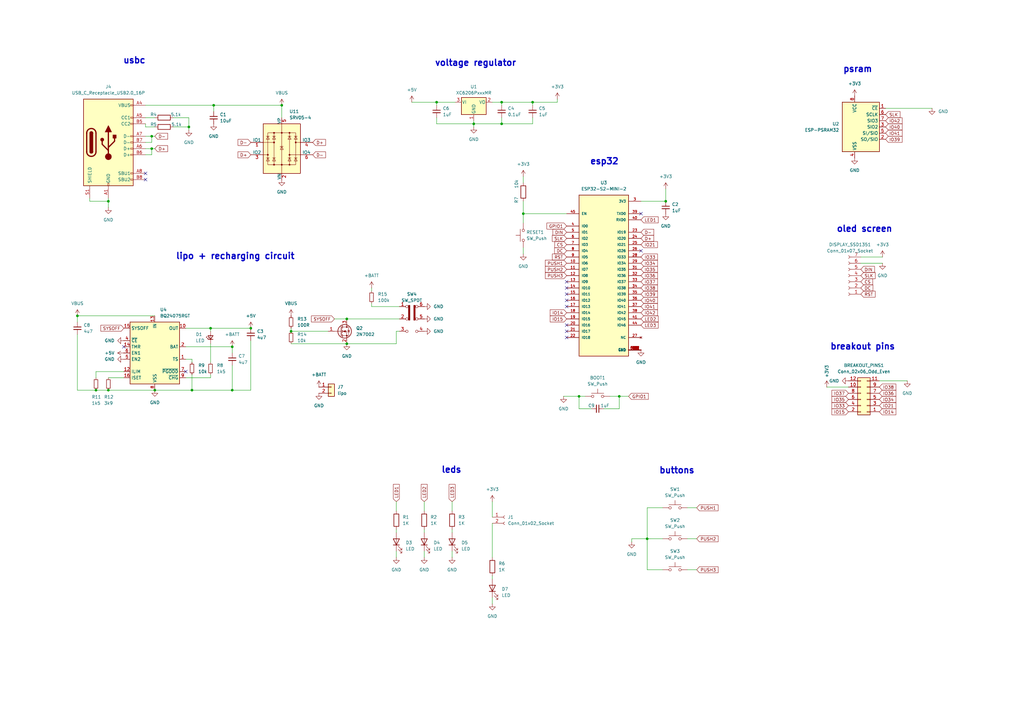
<source format=kicad_sch>
(kicad_sch (version 20250114) (generator "eeschema") (generator_version "9.0")
  (paper "A3")
  (text "leds" (at 185.166 192.786 0) (effects (font (size 2.54 2.54) (thickness 0.508) (bold yes))))
  (text "lipo + recharging circuit" (at 96.52 105.156 0) (effects (font (size 2.54 2.54) (thickness 0.508) (bold yes))))
  (text "buttons" (at 277.622 193.04 0) (effects (font (size 2.54 2.54) (thickness 0.508) (bold yes))))
  (text "usbc" (at 55.118 24.892 0) (effects (font (size 2.54 2.54) (thickness 0.508) (bold yes))))
  (text "esp32" (at 247.904 66.294 0) (effects (font (size 2.54 2.54) (thickness 0.508) (bold yes))))
  (text "psram" (at 351.79 28.448 0) (effects (font (size 2.54 2.54) (thickness 0.508) (bold yes))))
  (text "voltage regulator" (at 195.072 25.908 0) (effects (font (size 2.54 2.54) (thickness 0.508) (bold yes))))
  (text "oled screen" (at 354.584 93.98 0) (effects (font (size 2.54 2.54) (thickness 0.508) (bold yes))))
  (text "breakout pins" (at 353.822 142.24 0) (effects (font (size 2.54 2.54) (thickness 0.508) (bold yes))))
  (junction (at 63.5 160.02))
  (junction (at 102.87 134.62))
  (junction (at 77.47 52.07))
  (junction (at 39.37 160.02))
  (junction (at 179.07 41.91))
  (junction (at 205.74 50.8))
  (junction (at 44.45 82.55))
  (junction (at 44.45 160.02))
  (junction (at 62.23 60.96))
  (junction (at 86.36 134.62))
  (junction (at 237.49 162.56))
  (junction (at 265.43 220.98))
  (junction (at 254 162.56))
  (junction (at 62.23 55.88))
  (junction (at 142.24 140.97))
  (junction (at 115.57 43.18))
  (junction (at 87.63 43.18))
  (junction (at 205.74 41.91))
  (junction (at 78.74 160.02))
  (junction (at 142.24 130.81))
  (junction (at 214.63 87.63))
  (junction (at 218.44 41.91))
  (junction (at 194.31 50.8))
  (junction (at 273.05 82.55))
  (junction (at 31.75 129.54))
  (junction (at 119.38 135.89))
  (junction (at 95.25 142.24))
  (junction (at 95.25 160.02))
  (no_connect (at 262.89 87.63))
  (no_connect (at 232.41 118.11))
  (no_connect (at 232.41 125.73))
  (no_connect (at 232.41 135.89))
  (no_connect (at 232.41 123.19))
  (no_connect (at 59.69 71.12))
  (no_connect (at 59.69 73.66))
  (no_connect (at 50.8 142.24))
  (no_connect (at 76.2 152.4))
  (no_connect (at 232.41 115.57))
  (no_connect (at 232.41 138.43))
  (no_connect (at 262.89 102.87))
  (no_connect (at 232.41 133.35))
  (no_connect (at 232.41 120.65))
  (wire (pts (xy 194.31 50.8) (xy 194.31 49.53)))
  (wire (pts (xy 59.69 58.42) (xy 62.23 58.42)))
  (wire (pts (xy 44.45 160.02) (xy 63.5 160.02)))
  (wire (pts (xy 71.12 52.07) (xy 77.47 52.07)))
  (wire (pts (xy 115.57 48.26) (xy 115.57 43.18)))
  (wire (pts (xy 231.14 162.56) (xy 237.49 162.56)))
  (wire (pts (xy 39.37 152.4) (xy 39.37 154.94)))
  (wire (pts (xy 265.43 233.68) (xy 271.78 233.68)))
  (wire (pts (xy 353.06 107.95) (xy 361.95 107.95)))
  (wire (pts (xy 59.69 48.26) (xy 63.5 48.26)))
  (wire (pts (xy 95.25 149.86) (xy 95.25 160.02)))
  (wire (pts (xy 218.44 50.8) (xy 218.44 48.26)))
  (wire (pts (xy 31.75 129.54) (xy 31.75 132.08)))
  (wire (pts (xy 237.49 162.56) (xy 240.03 162.56)))
  (wire (pts (xy 78.74 160.02) (xy 63.5 160.02)))
  (wire (pts (xy 194.31 52.07) (xy 194.31 50.8)))
  (wire (pts (xy 353.06 105.41) (xy 361.95 105.41)))
  (wire (pts (xy 265.43 208.28) (xy 271.78 208.28)))
  (wire (pts (xy 162.56 135.89) (xy 163.83 135.89)))
  (wire (pts (xy 86.36 134.62) (xy 102.87 134.62)))
  (wire (pts (xy 78.74 153.67) (xy 78.74 160.02)))
  (wire (pts (xy 59.69 52.07) (xy 63.5 52.07)))
  (wire (pts (xy 162.56 140.97) (xy 142.24 140.97)))
  (wire (pts (xy 86.36 134.62) (xy 86.36 135.89)))
  (wire (pts (xy 62.23 55.88) (xy 63.5 55.88)))
  (wire (pts (xy 95.25 142.24) (xy 95.25 144.78)))
  (wire (pts (xy 36.83 81.28) (xy 36.83 82.55)))
  (wire (pts (xy 102.87 139.7) (xy 102.87 160.02)))
  (wire (pts (xy 44.45 81.28) (xy 44.45 82.55)))
  (wire (pts (xy 205.74 41.91) (xy 218.44 41.91)))
  (wire (pts (xy 50.8 154.94) (xy 44.45 154.94)))
  (wire (pts (xy 77.47 53.34) (xy 77.47 52.07)))
  (wire (pts (xy 162.56 205.74) (xy 162.56 209.55)))
  (wire (pts (xy 152.4 125.73) (xy 163.83 125.73)))
  (wire (pts (xy 218.44 43.18) (xy 218.44 41.91)))
  (wire (pts (xy 78.74 147.32) (xy 78.74 148.59)))
  (wire (pts (xy 259.08 220.98) (xy 259.08 222.25)))
  (wire (pts (xy 62.23 63.5) (xy 62.23 60.96)))
  (wire (pts (xy 44.45 85.09) (xy 44.45 82.55)))
  (wire (pts (xy 372.11 156.21) (xy 360.68 156.21)))
  (wire (pts (xy 214.63 87.63) (xy 232.41 87.63)))
  (wire (pts (xy 201.93 236.22) (xy 201.93 237.49)))
  (wire (pts (xy 179.07 48.26) (xy 179.07 50.8)))
  (wire (pts (xy 281.94 220.98) (xy 285.75 220.98)))
  (wire (pts (xy 31.75 137.16) (xy 31.75 160.02)))
  (wire (pts (xy 185.42 217.17) (xy 185.42 218.44)))
  (wire (pts (xy 86.36 140.97) (xy 86.36 148.59)))
  (wire (pts (xy 179.07 50.8) (xy 194.31 50.8)))
  (wire (pts (xy 71.12 48.26) (xy 77.47 48.26)))
  (wire (pts (xy 247.65 167.64) (xy 254 167.64)))
  (wire (pts (xy 39.37 160.02) (xy 44.45 160.02)))
  (wire (pts (xy 59.69 60.96) (xy 62.23 60.96)))
  (wire (pts (xy 265.43 208.28) (xy 265.43 220.98)))
  (wire (pts (xy 205.74 43.18) (xy 205.74 41.91)))
  (wire (pts (xy 265.43 220.98) (xy 265.43 233.68)))
  (wire (pts (xy 62.23 60.96) (xy 63.5 60.96)))
  (wire (pts (xy 254 162.56) (xy 257.81 162.56)))
  (wire (pts (xy 218.44 41.91) (xy 228.6 41.91)))
  (wire (pts (xy 205.74 50.8) (xy 218.44 50.8)))
  (wire (pts (xy 59.69 43.18) (xy 87.63 43.18)))
  (wire (pts (xy 162.56 135.89) (xy 162.56 140.97)))
  (wire (pts (xy 259.08 220.98) (xy 265.43 220.98)))
  (wire (pts (xy 162.56 217.17) (xy 162.56 218.44)))
  (wire (pts (xy 179.07 41.91) (xy 186.69 41.91)))
  (wire (pts (xy 86.36 153.67) (xy 86.36 154.94)))
  (wire (pts (xy 173.99 217.17) (xy 173.99 218.44)))
  (wire (pts (xy 179.07 41.91) (xy 179.07 43.18)))
  (wire (pts (xy 237.49 162.56) (xy 237.49 167.64)))
  (wire (pts (xy 87.63 43.18) (xy 87.63 45.72)))
  (wire (pts (xy 162.56 226.06) (xy 162.56 228.6)))
  (wire (pts (xy 78.74 160.02) (xy 95.25 160.02)))
  (wire (pts (xy 168.91 41.91) (xy 179.07 41.91)))
  (wire (pts (xy 262.89 82.55) (xy 273.05 82.55)))
  (wire (pts (xy 382.27 44.45) (xy 363.22 44.45)))
  (wire (pts (xy 87.63 43.18) (xy 115.57 43.18)))
  (wire (pts (xy 173.99 205.74) (xy 173.99 209.55)))
  (wire (pts (xy 254 167.64) (xy 254 162.56)))
  (wire (pts (xy 173.99 226.06) (xy 173.99 228.6)))
  (wire (pts (xy 119.38 135.89) (xy 134.62 135.89)))
  (wire (pts (xy 77.47 48.26) (xy 77.47 52.07)))
  (wire (pts (xy 62.23 58.42) (xy 62.23 55.88)))
  (wire (pts (xy 228.6 41.91) (xy 228.6 40.64)))
  (wire (pts (xy 273.05 77.47) (xy 273.05 82.55)))
  (wire (pts (xy 102.87 160.02) (xy 95.25 160.02)))
  (wire (pts (xy 86.36 154.94) (xy 76.2 154.94)))
  (wire (pts (xy 185.42 205.74) (xy 185.42 209.55)))
  (wire (pts (xy 119.38 134.62) (xy 119.38 135.89)))
  (wire (pts (xy 50.8 152.4) (xy 39.37 152.4)))
  (wire (pts (xy 205.74 50.8) (xy 205.74 48.26)))
  (wire (pts (xy 142.24 130.81) (xy 163.83 130.81)))
  (wire (pts (xy 152.4 124.46) (xy 152.4 125.73)))
  (wire (pts (xy 201.93 245.11) (xy 201.93 247.65)))
  (wire (pts (xy 76.2 134.62) (xy 86.36 134.62)))
  (wire (pts (xy 201.93 214.63) (xy 201.93 228.6)))
  (wire (pts (xy 76.2 147.32) (xy 78.74 147.32)))
  (wire (pts (xy 194.31 50.8) (xy 205.74 50.8)))
  (wire (pts (xy 201.93 41.91) (xy 205.74 41.91)))
  (wire (pts (xy 185.42 226.06) (xy 185.42 228.6)))
  (wire (pts (xy 339.09 158.75) (xy 347.98 158.75)))
  (wire (pts (xy 31.75 160.02) (xy 39.37 160.02)))
  (wire (pts (xy 214.63 101.6) (xy 214.63 104.14)))
  (wire (pts (xy 152.4 118.11) (xy 152.4 119.38)))
  (wire (pts (xy 137.16 130.81) (xy 142.24 130.81)))
  (wire (pts (xy 59.69 63.5) (xy 62.23 63.5)))
  (wire (pts (xy 237.49 167.64) (xy 242.57 167.64)))
  (wire (pts (xy 214.63 72.39) (xy 214.63 74.93)))
  (wire (pts (xy 59.69 52.07) (xy 59.69 50.8)))
  (wire (pts (xy 31.75 129.54) (xy 63.5 129.54)))
  (wire (pts (xy 250.19 162.56) (xy 254 162.56)))
  (wire (pts (xy 59.69 55.88) (xy 62.23 55.88)))
  (wire (pts (xy 281.94 233.68) (xy 285.75 233.68)))
  (wire (pts (xy 76.2 142.24) (xy 95.25 142.24)))
  (wire (pts (xy 201.93 205.74) (xy 201.93 212.09)))
  (wire (pts (xy 214.63 87.63) (xy 214.63 91.44)))
  (wire (pts (xy 214.63 82.55) (xy 214.63 87.63)))
  (wire (pts (xy 265.43 220.98) (xy 271.78 220.98)))
  (wire (pts (xy 36.83 82.55) (xy 44.45 82.55)))
  (wire (pts (xy 119.38 140.97) (xy 142.24 140.97)))
  (wire (pts (xy 281.94 208.28) (xy 285.75 208.28)))
  (global_label "IO33" (shape input) (at 347.98 166.37 180) (property "Intersheetrefs" "${INTERSHEET_REFS}" (effects (hide yes))))
  (global_label "PUSH2" (shape input) (at 232.41 110.49 180) (property "Intersheetrefs" "${INTERSHEET_REFS}" (effects (hide yes))))
  (global_label "IO14" (shape input) (at 232.41 128.27 180) (property "Intersheetrefs" "${INTERSHEET_REFS}" (effects (hide yes))))
  (global_label "IO15" (shape input) (at 232.41 130.81 180) (property "Intersheetrefs" "${INTERSHEET_REFS}" (effects (hide yes))))
  (global_label "DC" (shape input) (at 232.41 102.87 180) (property "Intersheetrefs" "${INTERSHEET_REFS}" (effects (hide yes))))
  (global_label "PUSH1" (shape input) (at 232.41 107.95 180) (property "Intersheetrefs" "${INTERSHEET_REFS}" (effects (hide yes))))
  (global_label "LED2" (shape input) (at 173.99 205.74 90) (property "Intersheetrefs" "${INTERSHEET_REFS}" (effects (hide yes))))
  (global_label "LED1" (shape input) (at 162.56 205.74 90) (property "Intersheetrefs" "${INTERSHEET_REFS}" (effects (hide yes))))
  (global_label "D-" (shape input) (at 262.89 95.25 0) (property "Intersheetrefs" "${INTERSHEET_REFS}" (effects (hide yes))))
  (global_label "D-" (shape input) (at 102.87 58.42 180) (property "Intersheetrefs" "${INTERSHEET_REFS}" (effects (hide yes))))
  (global_label "PUSH3" (shape input) (at 285.75 233.68 0) (property "Intersheetrefs" "${INTERSHEET_REFS}" (effects (hide yes))))
  (global_label "D+" (shape input) (at 262.89 97.79 0) (property "Intersheetrefs" "${INTERSHEET_REFS}" (effects (hide yes))))
  (global_label "LED1" (shape input) (at 262.89 90.17 0) (property "Intersheetrefs" "${INTERSHEET_REFS}" (effects (hide yes))))
  (global_label "PUSH1" (shape input) (at 285.75 208.28 0) (property "Intersheetrefs" "${INTERSHEET_REFS}" (effects (hide yes))))
  (global_label "IO33" (shape input) (at 262.89 105.41 0) (property "Intersheetrefs" "${INTERSHEET_REFS}" (effects (hide yes))))
  (global_label "IO40" (shape input) (at 262.89 123.19 0) (property "Intersheetrefs" "${INTERSHEET_REFS}" (effects (hide yes))))
  (global_label "SLK" (shape input) (at 232.41 97.79 180) (property "Intersheetrefs" "${INTERSHEET_REFS}" (effects (hide yes))))
  (global_label "RST" (shape input) (at 232.41 105.41 180) (property "Intersheetrefs" "${INTERSHEET_REFS}" (effects (hide yes))))
  (global_label "LED2" (shape input) (at 262.89 130.81 0) (property "Intersheetrefs" "${INTERSHEET_REFS}" (effects (hide yes))))
  (global_label "D-" (shape input) (at 128.27 63.5 0) (property "Intersheetrefs" "${INTERSHEET_REFS}" (effects (hide yes))))
  (global_label "IO38" (shape input) (at 360.68 158.75 0) (property "Intersheetrefs" "${INTERSHEET_REFS}" (effects (hide yes))))
  (global_label "IO15" (shape input) (at 347.98 168.91 180) (property "Intersheetrefs" "${INTERSHEET_REFS}" (effects (hide yes))))
  (global_label "CS" (shape input) (at 353.06 115.57 0) (property "Intersheetrefs" "${INTERSHEET_REFS}" (effects (hide yes))))
  (global_label "D+" (shape input) (at 128.27 58.42 0) (property "Intersheetrefs" "${INTERSHEET_REFS}" (effects (hide yes))))
  (global_label "IO35" (shape input) (at 347.98 163.83 180) (property "Intersheetrefs" "${INTERSHEET_REFS}" (effects (hide yes))))
  (global_label "CS" (shape input) (at 232.41 100.33 180) (property "Intersheetrefs" "${INTERSHEET_REFS}" (effects (hide yes))))
  (global_label "IO34" (shape input) (at 262.89 107.95 0) (property "Intersheetrefs" "${INTERSHEET_REFS}" (effects (hide yes))))
  (global_label "IO42" (shape input) (at 262.89 128.27 0) (property "Intersheetrefs" "${INTERSHEET_REFS}" (effects (hide yes))))
  (global_label "IO21" (shape input) (at 360.68 166.37 0) (property "Intersheetrefs" "${INTERSHEET_REFS}" (effects (hide yes))))
  (global_label "IO14" (shape input) (at 360.68 168.91 0) (property "Intersheetrefs" "${INTERSHEET_REFS}" (effects (hide yes))))
  (global_label "D+" (shape input) (at 63.5 60.96 0) (property "Intersheetrefs" "${INTERSHEET_REFS}" (effects (hide yes))))
  (global_label "IO36" (shape input) (at 262.89 113.03 0) (property "Intersheetrefs" "${INTERSHEET_REFS}" (effects (hide yes))))
  (global_label "LED3" (shape input) (at 262.89 133.35 0) (property "Intersheetrefs" "${INTERSHEET_REFS}" (effects (hide yes))))
  (global_label "IO40" (shape input) (at 363.22 52.07 0) (property "Intersheetrefs" "${INTERSHEET_REFS}" (effects (hide yes))))
  (global_label "PUSH2" (shape input) (at 285.75 220.98 0) (property "Intersheetrefs" "${INTERSHEET_REFS}" (effects (hide yes))))
  (global_label "GPIO1" (shape input) (at 232.41 92.71 180) (property "Intersheetrefs" "${INTERSHEET_REFS}" (effects (hide yes))))
  (global_label "PUSH3" (shape input) (at 232.41 113.03 180) (property "Intersheetrefs" "${INTERSHEET_REFS}" (effects (hide yes))))
  (global_label "IO42" (shape input) (at 363.22 49.53 0) (property "Intersheetrefs" "${INTERSHEET_REFS}" (effects (hide yes))))
  (global_label "LED3" (shape input) (at 185.42 205.74 90) (property "Intersheetrefs" "${INTERSHEET_REFS}" (effects (hide yes))))
  (global_label "SYSOFF" (shape input) (at 50.8 134.62 180) (property "Intersheetrefs" "${INTERSHEET_REFS}" (effects (hide yes))))
  (global_label "IO34" (shape input) (at 360.68 163.83 0) (property "Intersheetrefs" "${INTERSHEET_REFS}" (effects (hide yes))))
  (global_label "RST" (shape input) (at 353.06 120.65 0) (property "Intersheetrefs" "${INTERSHEET_REFS}" (effects (hide yes))))
  (global_label "DC" (shape input) (at 353.06 118.11 0) (property "Intersheetrefs" "${INTERSHEET_REFS}" (effects (hide yes))))
  (global_label "IO37" (shape input) (at 262.89 115.57 0) (property "Intersheetrefs" "${INTERSHEET_REFS}" (effects (hide yes))))
  (global_label "GPIO1" (shape input) (at 257.81 162.56 0) (property "Intersheetrefs" "${INTERSHEET_REFS}" (effects (hide yes))))
  (global_label "D+" (shape input) (at 102.87 63.5 180) (property "Intersheetrefs" "${INTERSHEET_REFS}" (effects (hide yes))))
  (global_label "IO41" (shape input) (at 363.22 54.61 0) (property "Intersheetrefs" "${INTERSHEET_REFS}" (effects (hide yes))))
  (global_label "IO36" (shape input) (at 360.68 161.29 0) (property "Intersheetrefs" "${INTERSHEET_REFS}" (effects (hide yes))))
  (global_label "IO39" (shape input) (at 363.22 57.15 0) (property "Intersheetrefs" "${INTERSHEET_REFS}" (effects (hide yes))))
  (global_label "IO39" (shape input) (at 262.89 120.65 0) (property "Intersheetrefs" "${INTERSHEET_REFS}" (effects (hide yes))))
  (global_label "IO41" (shape input) (at 262.89 125.73 0) (property "Intersheetrefs" "${INTERSHEET_REFS}" (effects (hide yes))))
  (global_label "D-" (shape input) (at 63.5 55.88 0) (property "Intersheetrefs" "${INTERSHEET_REFS}" (effects (hide yes))))
  (global_label "SLK" (shape input) (at 353.06 113.03 0) (property "Intersheetrefs" "${INTERSHEET_REFS}" (effects (hide yes))))
  (global_label "IO38" (shape input) (at 262.89 118.11 0) (property "Intersheetrefs" "${INTERSHEET_REFS}" (effects (hide yes))))
  (global_label "DIN" (shape input) (at 353.06 110.49 0) (property "Intersheetrefs" "${INTERSHEET_REFS}" (effects (hide yes))))
  (global_label "SYSOFF" (shape input) (at 137.16 130.81 180) (property "Intersheetrefs" "${INTERSHEET_REFS}" (effects (hide yes))))
  (global_label "IO21" (shape input) (at 262.89 100.33 0) (property "Intersheetrefs" "${INTERSHEET_REFS}" (effects (hide yes))))
  (global_label "IO37" (shape input) (at 347.98 161.29 180) (property "Intersheetrefs" "${INTERSHEET_REFS}" (effects (hide yes))))
  (global_label "SLK" (shape input) (at 363.22 46.99 0) (property "Intersheetrefs" "${INTERSHEET_REFS}" (effects (hide yes))))
  (global_label "DIN" (shape input) (at 232.41 95.25 180) (property "Intersheetrefs" "${INTERSHEET_REFS}" (effects (hide yes))))
  (global_label "IO35" (shape input) (at 262.89 110.49 0) (property "Intersheetrefs" "${INTERSHEET_REFS}" (effects (hide yes))))
  (symbol (lib_id "Device:R_Small") (at 119.38 138.43 0) (unit 1)
    (property "Reference" "R14" (at 121.92 137.1599 0) (effects (justify left)))
    (property "Value" "10k" (at 121.92 139.6999 0) (effects (justify left)))
    (property "Footprint" "Resistor_SMD:R_0805_2012Metric" (effects (hide yes)))
    (property "Description" "Resistor, small symbol" (effects (hide yes)))
  )
  (symbol (lib_id "Device:LED") (at 185.42 222.25 90) (unit 1)
    (property "Reference" "D5" (at 189.23 222.5674 90) (effects (justify right)))
    (property "Value" "LED" (at 189.23 225.1074 90) (effects (justify right)))
    (property "Footprint" "LED_SMD:LED_0805_2012Metric" (effects (hide yes)))
    (property "Description" "Light emitting diode" (effects (hide yes)))
  )
  (symbol (lib_id "power:GND") (at 262.89 143.51 0) (unit 1)
    (property "Reference" "#PWR016" (effects (hide yes)))
    (property "Value" "GND" (at 262.89 148.59 0))
    (property "Description" "Power symbol creates a global label with name \"GND\" , ground" (effects (hide yes)))
  )
  (symbol (lib_id "power:+3V3") (at 228.6 40.64 0) (unit 1)
    (property "Reference" "#PWR011" (effects (hide yes)))
    (property "Value" "+3V3" (at 228.6 35.56 0))
    (property "Description" "Power symbol creates a global label with name \"+3V3\"" (effects (hide yes)))
  )
  (symbol (lib_id "power:GND") (at 50.8 147.32 270) (unit 1)
    (property "Reference" "#PWR030" (effects (hide yes)))
    (property "Value" "GND" (at 46.99 147.3199 90) (effects (justify right)))
    (property "Description" "Power symbol creates a global label with name \"GND\" , ground" (effects (hide yes)))
  )
  (symbol (lib_id "Device:R") (at 201.93 232.41 0) (unit 1)
    (property "Reference" "R6" (at 204.47 231.1399 0) (effects (justify left)))
    (property "Value" "1K" (at 204.47 233.6799 0) (effects (justify left)))
    (property "Footprint" "Resistor_SMD:R_0805_2012Metric" (effects (hide yes)))
    (property "Description" "Resistor" (effects (hide yes)))
    (property "LCSC" "C17513" (effects (hide yes)))
  )
  (symbol (lib_id "power:GND") (at 214.63 104.14 0) (unit 1)
    (property "Reference" "#PWR027" (effects (hide yes)))
    (property "Value" "GND" (at 214.63 109.22 0))
    (property "Description" "Power symbol creates a global label with name \"GND\" , ground" (effects (hide yes)))
  )
  (symbol (lib_id "Device:R_Small") (at 86.36 151.13 0) (unit 1)
    (property "Reference" "R8" (at 88.9 149.8599 0) (effects (justify left)))
    (property "Value" "1k5" (at 88.9 152.3999 0) (effects (justify left)))
    (property "Footprint" "Resistor_SMD:R_0805_2012Metric" (effects (hide yes)))
    (property "Description" "Resistor, small symbol" (effects (hide yes)))
  )
  (symbol (lib_id "Device:LED") (at 162.56 222.25 90) (unit 1)
    (property "Reference" "D3" (at 166.37 222.5674 90) (effects (justify right)))
    (property "Value" "LED" (at 166.37 225.1074 90) (effects (justify right)))
    (property "Footprint" "LED_SMD:LED_0805_2012Metric" (effects (hide yes)))
    (property "Description" "Light emitting diode" (effects (hide yes)))
  )
  (symbol (lib_id "Connector:USB_C_Receptacle_USB2.0_16P") (at 44.45 58.42 0) (unit 1)
    (property "Reference" "J4" (at 44.45 35.56 0))
    (property "Value" "USB_C_Receptacle_USB2.0_16P" (at 44.45 38.1 0))
    (property "Footprint" "Connector_USB:USB_C_Receptacle_HCTL_HC-TYPE-C-16P-01A" (effects (hide yes)))
    (property "Datasheet" "https://www.usb.org/sites/default/files/documents/usb_type-c.zip" (effects (hide yes)))
    (property "Description" "USB 2.0-only 16P Type-C Receptacle connector" (effects (hide yes)))
    (property "LCSC" "C393939" (effects (hide yes)))
  )
  (symbol (lib_id "power:GND") (at 173.99 130.81 90) (unit 1)
    (property "Reference" "#PWR038" (effects (hide yes)))
    (property "Value" "GND" (at 177.8 130.8099 90) (effects (justify right)))
    (property "Description" "Power symbol creates a global label with name \"GND\" , ground" (effects (hide yes)))
  )
  (symbol (lib_id "Device:C_Small") (at 31.75 134.62 0) (unit 1)
    (property "Reference" "C8" (at 34.29 133.3562 0) (effects (justify left)))
    (property "Value" "4u7" (at 34.29 135.8962 0) (effects (justify left)))
    (property "Footprint" "Capacitor_SMD:C_0805_2012Metric" (effects (hide yes)))
    (property "Description" "Unpolarized capacitor, small symbol" (effects (hide yes)))
  )
  (symbol (lib_id "Switch:SW_Push") (at 214.63 96.52 90) (unit 1)
    (property "Reference" "RESET1" (at 215.9 95.2499 90) (effects (justify right)))
    (property "Value" "SW_Push" (at 215.9 97.7899 90) (effects (justify right)))
    (property "Footprint" "Button_Switch_SMD:SW_Push_1P1T_XKB_TS-1187A" (effects (hide yes)))
    (property "Description" "Push button switch, generic, two pins" (effects (hide yes)))
  )
  (symbol (lib_id "Device:R") (at 185.42 213.36 0) (unit 1)
    (property "Reference" "R3" (at 187.96 212.0899 0) (effects (justify left)))
    (property "Value" "1K" (at 187.96 214.6299 0) (effects (justify left)))
    (property "Footprint" "Resistor_SMD:R_0805_2012Metric" (effects (hide yes)))
    (property "Description" "Resistor" (effects (hide yes)))
    (property "LCSC" "C17513" (effects (hide yes)))
  )
  (symbol (lib_id "Connector:Conn_01x02_Socket") (at 207.01 212.09 0) (unit 1)
    (property "Reference" "J1" (at 208.28 212.0899 0) (effects (justify left)))
    (property "Value" "Conn_01x02_Socket" (at 208.28 214.6299 0) (effects (justify left)))
    (property "Footprint" "Jumper:SolderJumper-2_P1.3mm_Open_Pad1.0x1.5mm" (effects (hide yes)))
    (property "Description" "Generic connector, single row, 01x02, script generated" (effects (hide yes)))
  )
  (symbol (lib_id "Device:R") (at 67.31 52.07 90) (unit 1)
    (property "Reference" "R5" (at 62.992 51.054 90))
    (property "Value" "5.1k" (at 72.39 51.054 90))
    (property "Footprint" "Resistor_SMD:R_0805_2012Metric" (effects (hide yes)))
    (property "Description" "Resistor" (effects (hide yes)))
    (property "LCSC" "C104375" (effects (hide yes)))
  )
  (symbol (lib_id "power:GND") (at 273.05 87.63 0) (unit 1)
    (property "Reference" "#PWR09" (effects (hide yes)))
    (property "Value" "GND" (at 273.05 92.71 0))
    (property "Description" "Power symbol creates a global label with name \"GND\" , ground" (effects (hide yes)))
  )
  (symbol (lib_id "Device:R") (at 214.63 78.74 180) (unit 1)
    (property "Reference" "R7" (at 211.836 82.042 90))
    (property "Value" "10k" (at 211.836 75.438 90))
    (property "Footprint" "Resistor_SMD:R_0805_2012Metric" (effects (hide yes)))
    (property "Description" "Resistor" (effects (hide yes)))
  )
  (symbol (lib_id "Device:R") (at 67.31 48.26 90) (unit 1)
    (property "Reference" "R4" (at 62.992 46.99 90))
    (property "Value" "5.1k" (at 72.136 46.99 90))
    (property "Footprint" "Resistor_SMD:R_0805_2012Metric" (effects (hide yes)))
    (property "Description" "Resistor" (effects (hide yes)))
    (property "LCSC" "C104375" (effects (hide yes)))
  )
  (symbol (lib_id "Switch:SW_Push") (at 276.86 220.98 0) (unit 1)
    (property "Reference" "SW2" (at 276.86 213.36 0))
    (property "Value" "SW_Push" (at 276.86 215.9 0))
    (property "Footprint" "Button_Switch_SMD:SW_Push_1P1T_NO_6x6mm_H9.5mm" (effects (hide yes)))
    (property "Description" "Push button switch, generic, two pins" (effects (hide yes)))
    (property "LCSC" "C381038" (effects (hide yes)))
  )
  (symbol (lib_id "power:+BATT") (at 95.25 142.24 0) (unit 1)
    (property "Reference" "#PWR010" (effects (hide yes)))
    (property "Value" "+BATT" (at 95.25 137.16 0))
    (property "Description" "Power symbol creates a global label with name \"+BATT\"" (effects (hide yes)))
  )
  (symbol (lib_id "Device:LED") (at 173.99 222.25 90) (unit 1)
    (property "Reference" "D4" (at 177.8 222.5674 90) (effects (justify right)))
    (property "Value" "LED" (at 177.8 225.1074 90) (effects (justify right)))
    (property "Footprint" "LED_SMD:LED_0805_2012Metric" (effects (hide yes)))
    (property "Description" "Light emitting diode" (effects (hide yes)))
  )
  (symbol (lib_id "power:+BATT") (at 152.4 118.11 0) (unit 1)
    (property "Reference" "#PWR039" (effects (hide yes)))
    (property "Value" "+BATT" (at 152.4 113.03 0))
    (property "Description" "Power symbol creates a global label with name \"+BATT\"" (effects (hide yes)))
  )
  (symbol (lib_id "power:VBUS") (at 31.75 129.54 0) (unit 1)
    (property "Reference" "#PWR040" (effects (hide yes)))
    (property "Value" "VBUS" (at 31.75 124.46 0))
    (property "Description" "Power symbol creates a global label with name \"VBUS\"" (effects (hide yes)))
  )
  (symbol (lib_id "power:GND") (at 372.11 156.21 0) (unit 1)
    (property "Reference" "#PWR031" (effects (hide yes)))
    (property "Value" "GND" (at 372.11 161.29 0))
    (property "Description" "Power symbol creates a global label with name \"GND\" , ground" (effects (hide yes)))
  )
  (symbol (lib_id "power:GND") (at 44.45 85.09 0) (unit 1)
    (property "Reference" "#PWR014" (effects (hide yes)))
    (property "Value" "GND" (at 44.45 90.17 0))
    (property "Description" "Power symbol creates a global label with name \"GND\" , ground" (effects (hide yes)))
  )
  (symbol (lib_id "Transistor_FET:2N7002") (at 139.7 135.89 0) (unit 1)
    (property "Reference" "Q2" (at 146.05 134.6199 0) (effects (justify left)))
    (property "Value" "2N7002" (at 146.05 137.1599 0) (effects (justify left)))
    (property "Footprint" "Package_TO_SOT_SMD:SOT-23" (effects (hide yes)))
    (property "Datasheet" "https://www.onsemi.com/pub/Collateral/NDS7002A-D.PDF" (effects (hide yes)))
    (property "Description" "0.115A Id, 60V Vds, N-Channel MOSFET, SOT-23" (effects (hide yes)))
  )
  (symbol (lib_id "Device:LED") (at 201.93 241.3 90) (unit 1)
    (property "Reference" "D7" (at 205.74 241.6174 90) (effects (justify right)))
    (property "Value" "LED" (at 205.74 244.1574 90) (effects (justify right)))
    (property "Footprint" "LED_SMD:LED_0805_2012Metric" (effects (hide yes)))
    (property "Description" "Light emitting diode" (effects (hide yes)))
  )
  (symbol (lib_id "Device:C_Small") (at 95.25 147.32 0) (unit 1)
    (property "Reference" "C7" (at 97.79 146.0562 0) (effects (justify left)))
    (property "Value" "4u7" (at 97.79 148.5962 0) (effects (justify left)))
    (property "Footprint" "Capacitor_SMD:C_0805_2012Metric" (effects (hide yes)))
    (property "Description" "Unpolarized capacitor, small symbol" (effects (hide yes)))
  )
  (symbol (lib_id "power:GND") (at 194.31 52.07 0) (unit 1)
    (property "Reference" "#PWR015" (effects (hide yes)))
    (property "Value" "GND" (at 194.31 57.15 0))
    (property "Description" "Power symbol creates a global label with name \"GND\" , ground" (effects (hide yes)))
  )
  (symbol (lib_id "power:GND") (at 142.24 140.97 0) (unit 1)
    (property "Reference" "#PWR037" (effects (hide yes)))
    (property "Value" "GND" (at 142.24 146.05 0))
    (property "Description" "Power symbol creates a global label with name \"GND\" , ground" (effects (hide yes)))
  )
  (symbol (lib_id "power:GND") (at 259.08 222.25 0) (unit 1)
    (property "Reference" "#PWR05" (effects (hide yes)))
    (property "Value" "GND" (at 259.08 227.33 0))
    (property "Description" "Power symbol creates a global label with name \"GND\" , ground" (effects (hide yes)))
  )
  (symbol (lib_id "Power_Protection:SRV05-4") (at 115.57 60.96 0) (unit 1)
    (property "Reference" "U11" (at 118.6881 45.72 0) (effects (justify left)))
    (property "Value" "SRV05-4" (at 118.6881 48.26 0) (effects (justify left)))
    (property "Footprint" "Package_TO_SOT_SMD:SOT-23-6" (effects (hide yes)))
    (property "Datasheet" "http://www.onsemi.com/pub/Collateral/SRV05-4-D.PDF" (effects (hide yes)))
    (property "Description" "ESD Protection Diodes with Low Clamping Voltage, SOT-23-6" (effects (hide yes)))
  )
  (symbol (lib_id "power:GND") (at 87.63 50.8 0) (unit 1)
    (property "Reference" "#PWR04" (effects (hide yes)))
    (property "Value" "GND" (at 87.63 55.88 0))
    (property "Description" "Power symbol creates a global label with name \"GND\" , ground" (effects (hide yes)))
  )
  (symbol (lib_id "power:VBUS") (at 115.57 43.18 0) (unit 1)
    (property "Reference" "#PWR012" (effects (hide yes)))
    (property "Value" "VBUS" (at 115.57 38.1 0))
    (property "Description" "Power symbol creates a global label with name \"VBUS\"" (effects (hide yes)))
  )
  (symbol (lib_id "Device:C_Small") (at 87.63 48.26 0) (unit 1)
    (property "Reference" "C1" (at 90.17 46.9962 0) (effects (justify left)))
    (property "Value" "10uF" (at 90.17 49.5362 0) (effects (justify left)))
    (property "Footprint" "Capacitor_SMD:C_0805_2012Metric" (effects (hide yes)))
    (property "Description" "Unpolarized capacitor, small symbol" (effects (hide yes)))
    (property "LCSC" "C5189822" (effects (hide yes)))
  )
  (symbol (lib_id "power:GND") (at 201.93 247.65 0) (unit 1)
    (property "Reference" "#PWR024" (effects (hide yes)))
    (property "Value" "GND" (at 201.93 252.73 0))
    (property "Description" "Power symbol creates a global label with name \"GND\" , ground" (effects (hide yes)))
  )
  (symbol (lib_id "ESP32-S2-MINI-1:ESP32-S2-MINI-1") (at 247.65 113.03 0) (unit 1)
    (property "Reference" "U3" (at 247.65 74.93 0))
    (property "Value" "ESP32-S2-MINI-2" (at 247.65 77.47 0))
    (property "Footprint" "ESP32-S2-MINI-1:XCVR_ESP32-S2-MINI-1" (effects (hide yes)))
    (property "MF" "Espressif Systems" (effects (hide yes)))
    (property "MAXIMUM_PACKAGE_HEIGHT" "2.55mm" (effects (hide yes)))
    (property "Package" "NON STANDARD-65 Espressif Systems" (effects (hide yes)))
    (property "Price" "None" (effects (hide yes)))
    (property "Check_prices" "https://www.snapeda.com/parts/ESP32-S2-MINI-1/Espressif+Systems/view-part/?ref=eda" (effects (hide yes)))
    (property "STANDARD" "Manufacturer Recommendations" (effects (hide yes)))
    (property "PARTREV" "1.0" (effects (hide yes)))
    (property "SnapEDA_Link" "https://www.snapeda.com/parts/ESP32-S2-MINI-1/Espressif+Systems/view-part/?ref=snap" (effects (hide yes)))
    (property "MP" "ESP32-S2-MINI-1" (effects (hide yes)))
    (property "Description_1" "\n                        \n                            WiFi 802.11b/g/n Transceiver Module 2.412GHz ~ 2.484GHz Antenna Not Included Surface Mount\n                        \n" (effects (hide yes)))
    (property "Availability" "Not in stock" (effects (hide yes)))
    (property "MANUFACTURER" "Espressif Systems" (effects (hide yes)))
    (property "LCSC" "C3013906" (effects (hide yes)))
  )
  (symbol (lib_id "Switch:SW_Push") (at 276.86 208.28 0) (unit 1)
    (property "Reference" "SW1" (at 276.86 200.66 0))
    (property "Value" "SW_Push" (at 276.86 203.2 0))
    (property "Footprint" "Button_Switch_SMD:SW_Push_1P1T_NO_6x6mm_H9.5mm" (effects (hide yes)))
    (property "Description" "Push button switch, generic, two pins" (effects (hide yes)))
    (property "LCSC" "C381038" (effects (hide yes)))
  )
  (symbol (lib_id "power:GND") (at 185.42 228.6 0) (unit 1)
    (property "Reference" "#PWR019" (effects (hide yes)))
    (property "Value" "GND" (at 185.42 233.68 0))
    (property "Description" "Power symbol creates a global label with name \"GND\" , ground" (effects (hide yes)))
  )
  (symbol (lib_id "power:+BATT") (at 130.81 158.75 0) (unit 1)
    (property "Reference" "#PWR035" (effects (hide yes)))
    (property "Value" "+BATT" (at 130.81 153.67 0))
    (property "Description" "Power symbol creates a global label with name \"+BATT\"" (effects (hide yes)))
  )
  (symbol (lib_id "Switch:SW_Push") (at 245.11 162.56 0) (unit 1)
    (property "Reference" "BOOT1" (at 245.11 154.94 0))
    (property "Value" "SW_Push" (at 245.11 157.48 0))
    (property "Footprint" "Button_Switch_SMD:SW_Push_1P1T_XKB_TS-1187A" (effects (hide yes)))
    (property "Description" "Push button switch, generic, two pins" (effects (hide yes)))
    (property "LCSC" "C381038" (effects (hide yes)))
  )
  (symbol (lib_id "power:GND") (at 231.14 162.56 0) (unit 1)
    (property "Reference" "#PWR023" (effects (hide yes)))
    (property "Value" "GND" (at 231.14 167.64 0))
    (property "Description" "Power symbol creates a global label with name \"GND\" , ground" (effects (hide yes)))
  )
  (symbol (lib_id "Device:R_Small") (at 39.37 157.48 0) (unit 1)
    (property "Reference" "R11" (at 37.592 162.814 0) (effects (justify left)))
    (property "Value" "1k5" (at 37.592 165.354 0) (effects (justify left)))
    (property "Footprint" "Resistor_SMD:R_0805_2012Metric" (effects (hide yes)))
    (property "Description" "Resistor, small symbol" (effects (hide yes)))
  )
  (symbol (lib_id "Device:C_Small") (at 205.74 45.72 0) (unit 1)
    (property "Reference" "C4" (at 208.28 44.4562 0) (effects (justify left)))
    (property "Value" "0.1uF" (at 208.28 46.9962 0) (effects (justify left)))
    (property "Footprint" "Capacitor_SMD:C_0805_2012Metric" (effects (hide yes)))
    (property "Description" "Unpolarized capacitor, small symbol" (effects (hide yes)))
    (property "LCSC" "C28378" (effects (hide yes)))
  )
  (symbol (lib_id "Switch:SW_Slide_DPDT") (at 168.91 130.81 0) (unit 1)
    (property "Reference" "SW4" (at 168.91 120.65 0))
    (property "Value" "SW_SPDT" (at 168.91 123.19 0))
    (property "Footprint" "Button_Switch_SMD:SW_DPDT_CK_JS202011JCQN" (effects (hide yes)))
    (property "Description" "Slide Switch, dual pole double throw" (effects (hide yes)))
    (property "LCSC" "C221666" (effects (hide yes)))
  )
  (symbol (lib_id "power:GND") (at 350.52 64.77 0) (unit 1)
    (property "Reference" "#PWR026" (effects (hide yes)))
    (property "Value" "GND" (at 350.52 69.85 0))
    (property "Description" "Power symbol creates a global label with name \"GND\" , ground" (effects (hide yes)))
  )
  (symbol (lib_id "power:GND") (at 63.5 160.02 0) (unit 1)
    (property "Reference" "#PWR08" (effects (hide yes)))
    (property "Value" "GND" (at 63.5 165.1 0))
    (property "Description" "Power symbol creates a global label with name \"GND\" , ground" (effects (hide yes)))
  )
  (symbol (lib_id "power:GND") (at 130.81 161.29 0) (unit 1)
    (property "Reference" "#PWR036" (effects (hide yes)))
    (property "Value" "GND" (at 130.81 166.37 0))
    (property "Description" "Power symbol creates a global label with name \"GND\" , ground" (effects (hide yes)))
  )
  (symbol (lib_id "Connector:Conn_01x07_Socket") (at 347.98 113.03 180) (unit 1)
    (property "Reference" "DISPLAY_SSD1351" (at 348.615 100.33 0))
    (property "Value" "Conn_01x07_Socket" (at 348.615 102.87 0))
    (property "Footprint" "Connector_PinSocket_2.54mm:PinSocket_1x07_P2.54mm_Vertical" (effects (hide yes)))
    (property "Description" "Generic connector, single row, 01x07, script generated" (effects (hide yes)))
    (property "LCSC" "C22438073" (effects (hide yes)))
  )
  (symbol (lib_id "power:VBUS") (at 119.38 129.54 0) (unit 1)
    (property "Reference" "#PWR041" (effects (hide yes)))
    (property "Value" "VBUS" (at 119.38 124.46 0))
    (property "Description" "Power symbol creates a global label with name \"VBUS\"" (effects (hide yes)))
  )
  (symbol (lib_id "power:GND") (at 173.99 228.6 0) (unit 1)
    (property "Reference" "#PWR018" (effects (hide yes)))
    (property "Value" "GND" (at 173.99 233.68 0))
    (property "Description" "Power symbol creates a global label with name \"GND\" , ground" (effects (hide yes)))
  )
  (symbol (lib_id "Device:C_Small") (at 102.87 137.16 0) (unit 1)
    (property "Reference" "C3" (at 105.41 135.8962 0) (effects (justify left)))
    (property "Value" "4u7" (at 105.41 138.4362 0) (effects (justify left)))
    (property "Footprint" "Capacitor_SMD:C_0805_2012Metric" (effects (hide yes)))
    (property "Description" "Unpolarized capacitor, small symbol" (effects (hide yes)))
  )
  (symbol (lib_id "Connector_Generic:Conn_01x02") (at 135.89 158.75 0) (unit 1)
    (property "Reference" "J7" (at 138.43 158.7499 0) (effects (justify left)))
    (property "Value" "lipo" (at 138.43 161.2899 0) (effects (justify left)))
    (property "Footprint" "Connector_JST:JST_PH_B2B-PH-K_1x02_P2.00mm_Vertical" (effects (hide yes)))
    (property "Description" "Generic connector, single row, 01x02, script generated (kicad-library-utils/schlib/autogen/connector/)" (effects (hide yes)))
  )
  (symbol (lib_id "power:+3V3") (at 339.09 158.75 0) (unit 1)
    (property "Reference" "#PWR032" (effects (hide yes)))
    (property "Value" "+3V3" (at 339.0899 154.94 90) (effects (justify left)))
    (property "Description" "Power symbol creates a global label with name \"+3V3\"" (effects (hide yes)))
  )
  (symbol (lib_id "Device:R_Small") (at 78.74 151.13 0) (unit 1)
    (property "Reference" "R9" (at 81.28 149.8599 0) (effects (justify left)))
    (property "Value" "10k" (at 81.28 152.3999 0) (effects (justify left)))
    (property "Footprint" "Resistor_SMD:R_0805_2012Metric" (effects (hide yes)))
    (property "Description" "Resistor, small symbol" (effects (hide yes)))
  )
  (symbol (lib_id "power:+3V3") (at 273.05 77.47 0) (unit 1)
    (property "Reference" "#PWR021" (effects (hide yes)))
    (property "Value" "+3V3" (at 273.05 72.39 0))
    (property "Description" "Power symbol creates a global label with name \"+3V3\"" (effects (hide yes)))
  )
  (symbol (lib_id "power:GND") (at 115.57 73.66 0) (unit 1)
    (property "Reference" "#PWR055" (effects (hide yes)))
    (property "Value" "GND" (at 115.57 78.74 0))
    (property "Description" "Power symbol creates a global label with name \"GND\" , ground" (effects (hide yes)))
  )
  (symbol (lib_id "power:+5V") (at 168.91 41.91 0) (unit 1)
    (property "Reference" "#PWR01" (effects (hide yes)))
    (property "Value" "+5V" (at 168.91 36.83 0))
    (property "Description" "Power symbol creates a global label with name \"+5V\"" (effects (hide yes)))
  )
  (symbol (lib_id "Regulator_Linear:XC6206PxxxMR") (at 194.31 41.91 0) (unit 1)
    (property "Reference" "U1" (at 194.31 35.56 0))
    (property "Value" "XC6206PxxxMR" (at 194.31 38.1 0))
    (property "Footprint" "Package_TO_SOT_SMD:SOT-23-3" (effects (hide yes)))
    (property "Datasheet" "https://www.torexsemi.com/file/xc6206/XC6206.pdf" (effects (hide yes)))
    (property "Description" "Positive 60-250mA Low Dropout Regulator, Fixed Output, SOT-23" (effects (hide yes)))
  )
  (symbol (lib_id "power:GND") (at 382.27 44.45 0) (unit 1)
    (property "Reference" "#PWR029" (effects (hide yes)))
    (property "Value" "GND" (at 384.81 45.7199 0) (effects (justify left)))
    (property "Description" "Power symbol creates a global label with name \"GND\" , ground" (effects (hide yes)))
  )
  (symbol (lib_id "power:+3V3") (at 201.93 205.74 0) (unit 1)
    (property "Reference" "#PWR025" (effects (hide yes)))
    (property "Value" "+3V3" (at 201.93 200.66 0))
    (property "Description" "Power symbol creates a global label with name \"+3V3\"" (effects (hide yes)))
  )
  (symbol (lib_id "power:+5V") (at 102.87 134.62 0) (unit 1)
    (property "Reference" "#PWR013" (effects (hide yes)))
    (property "Value" "+5V" (at 102.87 129.54 0))
    (property "Description" "Power symbol creates a global label with name \"+5V\"" (effects (hide yes)))
  )
  (symbol (lib_id "Device:LED_Small") (at 86.36 138.43 90) (unit 1)
    (property "Reference" "D1" (at 80.264 137.16 90) (effects (justify right)))
    (property "Value" "LED" (at 80.264 139.7 90) (effects (justify right)))
    (property "Footprint" "LED_SMD:LED_0805_2012Metric" (effects (hide yes)))
    (property "Description" "Light emitting diode, small symbol" (effects (hide yes)))
    (property "Sim.Pin" "1=K 2=A" (effects (hide yes)))
  )
  (symbol (lib_id "Connector_Generic:Conn_02x06_Odd_Even") (at 355.6 163.83 180) (unit 1)
    (property "Reference" "BREAKOUT_PINS1" (at 354.33 149.86 0))
    (property "Value" "Conn_02x06_Odd_Even" (at 354.33 152.4 0))
    (property "Footprint" "Connector_PinHeader_2.54mm:PinHeader_2x06_P2.54mm_Vertical" (effects (hide yes)))
    (property "Description" "Generic connector, double row, 02x06, odd/even pin numbering scheme (row 1 odd numbers, row 2 even numbers), script generated (kicad-library-utils/schlib/autogen/connector/)" (effects (hide yes)))
  )
  (symbol (lib_id "Device:R_Small") (at 152.4 121.92 0) (unit 1)
    (property "Reference" "R15" (at 154.94 120.6499 0) (effects (justify left)))
    (property "Value" "100k" (at 154.94 123.1899 0) (effects (justify left)))
    (property "Footprint" "Resistor_SMD:R_0805_2012Metric" (effects (hide yes)))
    (property "Description" "Resistor, small symbol" (effects (hide yes)))
  )
  (symbol (lib_id "Memory_RAM:ESP-PSRAM32") (at 353.06 52.07 0) (unit 1)
    (property "Reference" "U2" (at 344.17 50.7999 0) (effects (justify right)))
    (property "Value" "ESP-PSRAM32" (at 344.17 53.3399 0) (effects (justify right)))
    (property "Footprint" "Package_SO:SOIC-8_3.9x4.9mm_P1.27mm" (effects (hide yes)))
    (property "Datasheet" "https://www.espressif.com/sites/default/files/documentation/esp-psram32_datasheet_en.pdf" (effects (hide yes)))
    (property "Description" "32 Mbit serial pseudo SRAM device organized as 4Mx8 bits, 1.8 VCC, SOIC8 (SOP8)" (effects (hide yes)))
  )
  (symbol (lib_id "power:GND") (at 173.99 135.89 90) (unit 1)
    (property "Reference" "#PWR042" (effects (hide yes)))
    (property "Value" "GND" (at 177.8 135.8899 90) (effects (justify right)))
    (property "Description" "Power symbol creates a global label with name \"GND\" , ground" (effects (hide yes)))
  )
  (symbol (lib_id "power:+5V") (at 50.8 144.78 90) (unit 1)
    (property "Reference" "#PWR07" (effects (hide yes)))
    (property "Value" "+5V" (at 46.99 144.7799 90) (effects (justify left)))
    (property "Description" "Power symbol creates a global label with name \"+5V\"" (effects (hide yes)))
  )
  (symbol (lib_id "Device:R_Small") (at 44.45 157.48 0) (unit 1)
    (property "Reference" "R12" (at 42.672 162.814 0) (effects (justify left)))
    (property "Value" "3k9" (at 42.672 165.354 0) (effects (justify left)))
    (property "Footprint" "Resistor_SMD:R_0805_2012Metric" (effects (hide yes)))
    (property "Description" "Resistor, small symbol" (effects (hide yes)))
  )
  (symbol (lib_id "Device:R") (at 173.99 213.36 0) (unit 1)
    (property "Reference" "R2" (at 176.53 212.0899 0) (effects (justify left)))
    (property "Value" "1K" (at 176.53 214.6299 0) (effects (justify left)))
    (property "Footprint" "Resistor_SMD:R_0805_2012Metric" (effects (hide yes)))
    (property "Description" "Resistor" (effects (hide yes)))
    (property "LCSC" "C17513" (effects (hide yes)))
  )
  (symbol (lib_id "Device:C_Small") (at 179.07 45.72 0) (unit 1)
    (property "Reference" "C6" (at 181.61 44.4562 0) (effects (justify left)))
    (property "Value" "1uF" (at 181.61 46.9962 0) (effects (justify left)))
    (property "Footprint" "Capacitor_SMD:C_0805_2012Metric" (effects (hide yes)))
    (property "Description" "Unpolarized capacitor, small symbol" (effects (hide yes)))
    (property "LCSC" "C28378" (effects (hide yes)))
  )
  (symbol (lib_id "Device:C_Small") (at 218.44 45.72 0) (unit 1)
    (property "Reference" "C5" (at 220.98 44.4562 0) (effects (justify left)))
    (property "Value" "1uF" (at 220.98 46.9962 0) (effects (justify left)))
    (property "Footprint" "Capacitor_SMD:C_0805_2012Metric" (effects (hide yes)))
    (property "Description" "Unpolarized capacitor, small symbol" (effects (hide yes)))
    (property "LCSC" "C5189822" (effects (hide yes)))
  )
  (symbol (lib_id "power:+3V3") (at 361.95 105.41 0) (unit 1)
    (property "Reference" "#PWR03" (effects (hide yes)))
    (property "Value" "+3V3" (at 361.95 100.33 0))
    (property "Description" "Power symbol creates a global label with name \"+3V3\"" (effects (hide yes)))
  )
  (symbol (lib_id "power:GND") (at 361.95 107.95 0) (unit 1)
    (property "Reference" "#PWR02" (effects (hide yes)))
    (property "Value" "GND" (at 361.95 113.03 0))
    (property "Description" "Power symbol creates a global label with name \"GND\" , ground" (effects (hide yes)))
  )
  (symbol (lib_id "power:GND") (at 347.98 156.21 270) (unit 1)
    (property "Reference" "#PWR033" (effects (hide yes)))
    (property "Value" "GND" (at 344.17 156.2099 90) (effects (justify right)))
    (property "Description" "Power symbol creates a global label with name \"GND\" , ground" (effects (hide yes)))
  )
  (symbol (lib_id "Device:C_Small") (at 273.05 85.09 0) (unit 1)
    (property "Reference" "C2" (at 275.59 83.8262 0) (effects (justify left)))
    (property "Value" "1uF" (at 275.59 86.3662 0) (effects (justify left)))
    (property "Footprint" "Capacitor_SMD:C_0805_2012Metric" (effects (hide yes)))
    (property "Description" "Unpolarized capacitor, small symbol" (effects (hide yes)))
    (property "LCSC" "C215803" (effects (hide yes)))
  )
  (symbol (lib_id "Device:C_Small") (at 245.11 167.64 270) (unit 1)
    (property "Reference" "C9" (at 242.57 166.37 90))
    (property "Value" "1uF" (at 248.158 166.37 90))
    (property "Footprint" "Capacitor_SMD:C_0805_2012Metric" (effects (hide yes)))
    (property "Description" "Unpolarized capacitor, small symbol" (effects (hide yes)))
    (property "LCSC" "C215803" (effects (hide yes)))
  )
  (symbol (lib_id "power:+3V3") (at 214.63 72.39 0) (unit 1)
    (property "Reference" "#PWR022" (effects (hide yes)))
    (property "Value" "+3V3" (at 214.63 67.31 0))
    (property "Description" "Power symbol creates a global label with name \"+3V3\"" (effects (hide yes)))
  )
  (symbol (lib_id "Device:R_Small") (at 119.38 132.08 0) (unit 1)
    (property "Reference" "R13" (at 121.92 130.8099 0) (effects (justify left)))
    (property "Value" "100R" (at 121.92 133.3499 0) (effects (justify left)))
    (property "Footprint" "Resistor_SMD:R_0805_2012Metric" (effects (hide yes)))
    (property "Description" "Resistor, small symbol" (effects (hide yes)))
  )
  (symbol (lib_id "Battery_Management:BQ24075RGT") (at 63.5 144.78 0) (unit 1)
    (property "Reference" "U4" (at 65.6433 127 0) (effects (justify left)))
    (property "Value" "BQ24075RGT" (at 65.6433 129.54 0) (effects (justify left)))
    (property "Footprint" "Package_DFN_QFN:VQFN-16-1EP_3x3mm_P0.5mm_EP1.6x1.6mm" (effects (hide yes)))
    (property "Datasheet" "http://www.ti.com/lit/ds/symlink/bq24075.pdf" (effects (hide yes)))
    (property "Description" "USB-Friendly Li-Ion Battery Charger and Power-Path Management, VQFN-16" (effects (hide yes)))
  )
  (symbol (lib_id "power:+3V3") (at 350.52 39.37 0) (unit 1)
    (property "Reference" "#PWR028" (effects (hide yes)))
    (property "Value" "+3V3" (at 350.52 34.29 0))
    (property "Description" "Power symbol creates a global label with name \"+3V3\"" (effects (hide yes)))
  )
  (symbol (lib_id "Device:R") (at 162.56 213.36 0) (unit 1)
    (property "Reference" "R1" (at 165.1 212.0899 0) (effects (justify left)))
    (property "Value" "1K" (at 165.1 214.6299 0) (effects (justify left)))
    (property "Footprint" "Resistor_SMD:R_0805_2012Metric" (effects (hide yes)))
    (property "Description" "Resistor" (effects (hide yes)))
    (property "LCSC" "C17513" (effects (hide yes)))
  )
  (symbol (lib_id "power:GND") (at 77.47 53.34 0) (unit 1)
    (property "Reference" "#PWR06" (effects (hide yes)))
    (property "Value" "GND" (at 77.47 58.42 0))
    (property "Description" "Power symbol creates a global label with name \"GND\" , ground" (effects (hide yes)))
  )
  (symbol (lib_id "power:GND") (at 50.8 139.7 270) (unit 1)
    (property "Reference" "#PWR034" (effects (hide yes)))
    (property "Value" "GND" (at 46.99 139.6999 90) (effects (justify right)))
    (property "Description" "Power symbol creates a global label with name \"GND\" , ground" (effects (hide yes)))
  )
  (symbol (lib_id "Switch:SW_Push") (at 276.86 233.68 0) (unit 1)
    (property "Reference" "SW3" (at 276.86 226.06 0))
    (property "Value" "SW_Push" (at 276.86 228.6 0))
    (property "Footprint" "Button_Switch_SMD:SW_Push_1P1T_NO_6x6mm_H9.5mm" (effects (hide yes)))
    (property "Description" "Push button switch, generic, two pins" (effects (hide yes)))
    (property "LCSC" "C381038" (effects (hide yes)))
  )
  (symbol (lib_id "power:GND") (at 162.56 228.6 0) (unit 1)
    (property "Reference" "#PWR017" (effects (hide yes)))
    (property "Value" "GND" (at 162.56 233.68 0))
    (property "Description" "Power symbol creates a global label with name \"GND\" , ground" (effects (hide yes)))
  )
  (symbol (lib_id "power:GND") (at 173.99 125.73 90) (unit 1)
    (property "Reference" "#PWR020" (effects (hide yes)))
    (property "Value" "GND" (at 177.8 125.7299 90) (effects (justify right)))
    (property "Description" "Power symbol creates a global label with name \"GND\" , ground" (effects (hide yes)))
  )
)
</source>
